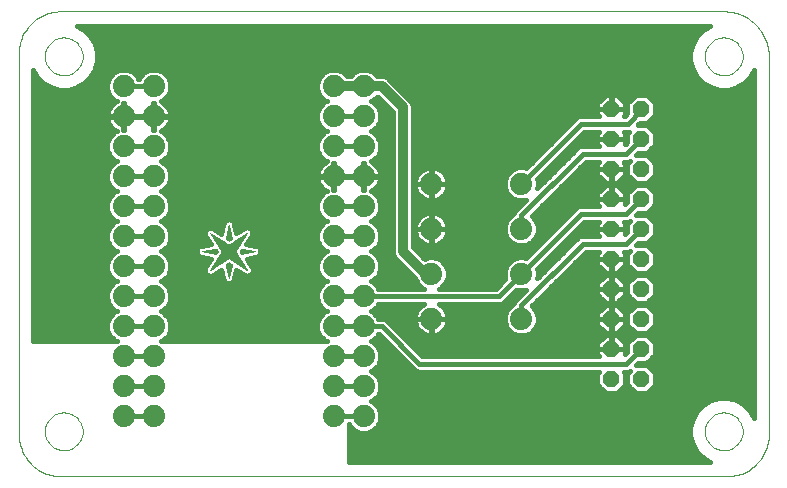
<source format=gtl>
G75*
G70*
%OFA0B0*%
%FSLAX24Y24*%
%IPPOS*%
%LPD*%
%AMOC8*
5,1,8,0,0,1.08239X$1,22.5*
%
%ADD10C,0.0000*%
%ADD11OC8,0.0560*%
%ADD12C,0.0740*%
%ADD13C,0.0010*%
%ADD14C,0.0320*%
%ADD15C,0.0160*%
D10*
X001580Y000180D02*
X023780Y000180D01*
X023853Y000182D01*
X023926Y000188D01*
X023999Y000197D01*
X024071Y000211D01*
X024142Y000228D01*
X024213Y000249D01*
X024282Y000273D01*
X024349Y000301D01*
X024416Y000333D01*
X024480Y000368D01*
X024542Y000406D01*
X024603Y000447D01*
X024661Y000492D01*
X024717Y000540D01*
X024770Y000590D01*
X024820Y000643D01*
X024868Y000699D01*
X024913Y000757D01*
X024954Y000818D01*
X024992Y000880D01*
X025027Y000944D01*
X025059Y001011D01*
X025087Y001078D01*
X025111Y001147D01*
X025132Y001218D01*
X025149Y001289D01*
X025163Y001361D01*
X025172Y001434D01*
X025178Y001507D01*
X025180Y001580D01*
X025180Y014180D01*
X025178Y014256D01*
X025172Y014332D01*
X025163Y014407D01*
X025149Y014482D01*
X025132Y014556D01*
X025111Y014629D01*
X025087Y014701D01*
X025058Y014772D01*
X025027Y014841D01*
X024992Y014908D01*
X024953Y014973D01*
X024911Y015037D01*
X024866Y015098D01*
X024818Y015157D01*
X024767Y015213D01*
X024713Y015267D01*
X024657Y015318D01*
X024598Y015366D01*
X024537Y015411D01*
X024473Y015453D01*
X024408Y015492D01*
X024341Y015527D01*
X024272Y015558D01*
X024201Y015587D01*
X024129Y015611D01*
X024056Y015632D01*
X023982Y015649D01*
X023907Y015663D01*
X023832Y015672D01*
X023756Y015678D01*
X023680Y015680D01*
X001580Y015680D01*
X001507Y015678D01*
X001434Y015672D01*
X001361Y015663D01*
X001289Y015649D01*
X001218Y015632D01*
X001147Y015611D01*
X001078Y015587D01*
X001011Y015559D01*
X000944Y015527D01*
X000880Y015492D01*
X000818Y015454D01*
X000757Y015413D01*
X000699Y015368D01*
X000643Y015320D01*
X000590Y015270D01*
X000540Y015217D01*
X000492Y015161D01*
X000447Y015103D01*
X000406Y015042D01*
X000368Y014980D01*
X000333Y014916D01*
X000301Y014849D01*
X000273Y014782D01*
X000249Y014713D01*
X000228Y014642D01*
X000211Y014571D01*
X000197Y014499D01*
X000188Y014426D01*
X000182Y014353D01*
X000180Y014280D01*
X000180Y001580D01*
X000182Y001507D01*
X000188Y001434D01*
X000197Y001361D01*
X000211Y001289D01*
X000228Y001218D01*
X000249Y001147D01*
X000273Y001078D01*
X000301Y001011D01*
X000333Y000944D01*
X000368Y000880D01*
X000406Y000818D01*
X000447Y000757D01*
X000492Y000699D01*
X000540Y000643D01*
X000590Y000590D01*
X000643Y000540D01*
X000699Y000492D01*
X000757Y000447D01*
X000818Y000406D01*
X000880Y000368D01*
X000944Y000333D01*
X001011Y000301D01*
X001078Y000273D01*
X001147Y000249D01*
X001218Y000228D01*
X001289Y000211D01*
X001361Y000197D01*
X001434Y000188D01*
X001507Y000182D01*
X001580Y000180D01*
X001050Y001680D02*
X001052Y001730D01*
X001058Y001780D01*
X001068Y001829D01*
X001082Y001877D01*
X001099Y001924D01*
X001120Y001969D01*
X001145Y002013D01*
X001173Y002054D01*
X001205Y002093D01*
X001239Y002130D01*
X001276Y002164D01*
X001316Y002194D01*
X001358Y002221D01*
X001402Y002245D01*
X001448Y002266D01*
X001495Y002282D01*
X001543Y002295D01*
X001593Y002304D01*
X001642Y002309D01*
X001693Y002310D01*
X001743Y002307D01*
X001792Y002300D01*
X001841Y002289D01*
X001889Y002274D01*
X001935Y002256D01*
X001980Y002234D01*
X002023Y002208D01*
X002064Y002179D01*
X002103Y002147D01*
X002139Y002112D01*
X002171Y002074D01*
X002201Y002034D01*
X002228Y001991D01*
X002251Y001947D01*
X002270Y001901D01*
X002286Y001853D01*
X002298Y001804D01*
X002306Y001755D01*
X002310Y001705D01*
X002310Y001655D01*
X002306Y001605D01*
X002298Y001556D01*
X002286Y001507D01*
X002270Y001459D01*
X002251Y001413D01*
X002228Y001369D01*
X002201Y001326D01*
X002171Y001286D01*
X002139Y001248D01*
X002103Y001213D01*
X002064Y001181D01*
X002023Y001152D01*
X001980Y001126D01*
X001935Y001104D01*
X001889Y001086D01*
X001841Y001071D01*
X001792Y001060D01*
X001743Y001053D01*
X001693Y001050D01*
X001642Y001051D01*
X001593Y001056D01*
X001543Y001065D01*
X001495Y001078D01*
X001448Y001094D01*
X001402Y001115D01*
X001358Y001139D01*
X001316Y001166D01*
X001276Y001196D01*
X001239Y001230D01*
X001205Y001267D01*
X001173Y001306D01*
X001145Y001347D01*
X001120Y001391D01*
X001099Y001436D01*
X001082Y001483D01*
X001068Y001531D01*
X001058Y001580D01*
X001052Y001630D01*
X001050Y001680D01*
X001050Y014180D02*
X001052Y014230D01*
X001058Y014280D01*
X001068Y014329D01*
X001082Y014377D01*
X001099Y014424D01*
X001120Y014469D01*
X001145Y014513D01*
X001173Y014554D01*
X001205Y014593D01*
X001239Y014630D01*
X001276Y014664D01*
X001316Y014694D01*
X001358Y014721D01*
X001402Y014745D01*
X001448Y014766D01*
X001495Y014782D01*
X001543Y014795D01*
X001593Y014804D01*
X001642Y014809D01*
X001693Y014810D01*
X001743Y014807D01*
X001792Y014800D01*
X001841Y014789D01*
X001889Y014774D01*
X001935Y014756D01*
X001980Y014734D01*
X002023Y014708D01*
X002064Y014679D01*
X002103Y014647D01*
X002139Y014612D01*
X002171Y014574D01*
X002201Y014534D01*
X002228Y014491D01*
X002251Y014447D01*
X002270Y014401D01*
X002286Y014353D01*
X002298Y014304D01*
X002306Y014255D01*
X002310Y014205D01*
X002310Y014155D01*
X002306Y014105D01*
X002298Y014056D01*
X002286Y014007D01*
X002270Y013959D01*
X002251Y013913D01*
X002228Y013869D01*
X002201Y013826D01*
X002171Y013786D01*
X002139Y013748D01*
X002103Y013713D01*
X002064Y013681D01*
X002023Y013652D01*
X001980Y013626D01*
X001935Y013604D01*
X001889Y013586D01*
X001841Y013571D01*
X001792Y013560D01*
X001743Y013553D01*
X001693Y013550D01*
X001642Y013551D01*
X001593Y013556D01*
X001543Y013565D01*
X001495Y013578D01*
X001448Y013594D01*
X001402Y013615D01*
X001358Y013639D01*
X001316Y013666D01*
X001276Y013696D01*
X001239Y013730D01*
X001205Y013767D01*
X001173Y013806D01*
X001145Y013847D01*
X001120Y013891D01*
X001099Y013936D01*
X001082Y013983D01*
X001068Y014031D01*
X001058Y014080D01*
X001052Y014130D01*
X001050Y014180D01*
X023050Y014180D02*
X023052Y014230D01*
X023058Y014280D01*
X023068Y014329D01*
X023082Y014377D01*
X023099Y014424D01*
X023120Y014469D01*
X023145Y014513D01*
X023173Y014554D01*
X023205Y014593D01*
X023239Y014630D01*
X023276Y014664D01*
X023316Y014694D01*
X023358Y014721D01*
X023402Y014745D01*
X023448Y014766D01*
X023495Y014782D01*
X023543Y014795D01*
X023593Y014804D01*
X023642Y014809D01*
X023693Y014810D01*
X023743Y014807D01*
X023792Y014800D01*
X023841Y014789D01*
X023889Y014774D01*
X023935Y014756D01*
X023980Y014734D01*
X024023Y014708D01*
X024064Y014679D01*
X024103Y014647D01*
X024139Y014612D01*
X024171Y014574D01*
X024201Y014534D01*
X024228Y014491D01*
X024251Y014447D01*
X024270Y014401D01*
X024286Y014353D01*
X024298Y014304D01*
X024306Y014255D01*
X024310Y014205D01*
X024310Y014155D01*
X024306Y014105D01*
X024298Y014056D01*
X024286Y014007D01*
X024270Y013959D01*
X024251Y013913D01*
X024228Y013869D01*
X024201Y013826D01*
X024171Y013786D01*
X024139Y013748D01*
X024103Y013713D01*
X024064Y013681D01*
X024023Y013652D01*
X023980Y013626D01*
X023935Y013604D01*
X023889Y013586D01*
X023841Y013571D01*
X023792Y013560D01*
X023743Y013553D01*
X023693Y013550D01*
X023642Y013551D01*
X023593Y013556D01*
X023543Y013565D01*
X023495Y013578D01*
X023448Y013594D01*
X023402Y013615D01*
X023358Y013639D01*
X023316Y013666D01*
X023276Y013696D01*
X023239Y013730D01*
X023205Y013767D01*
X023173Y013806D01*
X023145Y013847D01*
X023120Y013891D01*
X023099Y013936D01*
X023082Y013983D01*
X023068Y014031D01*
X023058Y014080D01*
X023052Y014130D01*
X023050Y014180D01*
X023050Y001680D02*
X023052Y001730D01*
X023058Y001780D01*
X023068Y001829D01*
X023082Y001877D01*
X023099Y001924D01*
X023120Y001969D01*
X023145Y002013D01*
X023173Y002054D01*
X023205Y002093D01*
X023239Y002130D01*
X023276Y002164D01*
X023316Y002194D01*
X023358Y002221D01*
X023402Y002245D01*
X023448Y002266D01*
X023495Y002282D01*
X023543Y002295D01*
X023593Y002304D01*
X023642Y002309D01*
X023693Y002310D01*
X023743Y002307D01*
X023792Y002300D01*
X023841Y002289D01*
X023889Y002274D01*
X023935Y002256D01*
X023980Y002234D01*
X024023Y002208D01*
X024064Y002179D01*
X024103Y002147D01*
X024139Y002112D01*
X024171Y002074D01*
X024201Y002034D01*
X024228Y001991D01*
X024251Y001947D01*
X024270Y001901D01*
X024286Y001853D01*
X024298Y001804D01*
X024306Y001755D01*
X024310Y001705D01*
X024310Y001655D01*
X024306Y001605D01*
X024298Y001556D01*
X024286Y001507D01*
X024270Y001459D01*
X024251Y001413D01*
X024228Y001369D01*
X024201Y001326D01*
X024171Y001286D01*
X024139Y001248D01*
X024103Y001213D01*
X024064Y001181D01*
X024023Y001152D01*
X023980Y001126D01*
X023935Y001104D01*
X023889Y001086D01*
X023841Y001071D01*
X023792Y001060D01*
X023743Y001053D01*
X023693Y001050D01*
X023642Y001051D01*
X023593Y001056D01*
X023543Y001065D01*
X023495Y001078D01*
X023448Y001094D01*
X023402Y001115D01*
X023358Y001139D01*
X023316Y001166D01*
X023276Y001196D01*
X023239Y001230D01*
X023205Y001267D01*
X023173Y001306D01*
X023145Y001347D01*
X023120Y001391D01*
X023099Y001436D01*
X023082Y001483D01*
X023068Y001531D01*
X023058Y001580D01*
X023052Y001630D01*
X023050Y001680D01*
D11*
X020930Y003430D03*
X019930Y003430D03*
X019930Y004430D03*
X020930Y004430D03*
X020930Y005430D03*
X019930Y005430D03*
X019930Y006430D03*
X020930Y006430D03*
X020930Y007430D03*
X019930Y007430D03*
X019930Y008430D03*
X020930Y008430D03*
X020930Y009430D03*
X019930Y009430D03*
X019930Y010430D03*
X020930Y010430D03*
X020930Y011430D03*
X019930Y011430D03*
X019930Y012430D03*
X020930Y012430D03*
D12*
X016930Y009930D03*
X016930Y008430D03*
X016930Y006930D03*
X016930Y005430D03*
X013930Y005430D03*
X011680Y005180D03*
X010680Y005180D03*
X010680Y004180D03*
X011680Y004180D03*
X011680Y003180D03*
X010680Y003180D03*
X010680Y002180D03*
X011680Y002180D03*
X011680Y006180D03*
X010680Y006180D03*
X010680Y007180D03*
X011680Y007180D03*
X011680Y008180D03*
X010680Y008180D03*
X010680Y009180D03*
X011680Y009180D03*
X011680Y010180D03*
X010680Y010180D03*
X010680Y011180D03*
X011680Y011180D03*
X011680Y012180D03*
X010680Y012180D03*
X010680Y013180D03*
X011680Y013180D03*
X013930Y009930D03*
X013930Y008430D03*
X013930Y006930D03*
X004680Y007180D03*
X003680Y007180D03*
X003680Y008180D03*
X004680Y008180D03*
X004680Y009180D03*
X003680Y009180D03*
X003680Y010180D03*
X004680Y010180D03*
X004680Y011180D03*
X003680Y011180D03*
X003680Y012180D03*
X004680Y012180D03*
X004680Y013180D03*
X003680Y013180D03*
X003680Y006180D03*
X004680Y006180D03*
X004680Y005180D03*
X003680Y005180D03*
X003680Y004180D03*
X004680Y004180D03*
X004680Y003180D03*
X003680Y003180D03*
X003680Y002180D03*
X004680Y002180D03*
D13*
X007180Y006800D02*
X007280Y007240D01*
X007180Y007310D01*
X007080Y007240D01*
X007180Y006800D01*
X007180Y006802D02*
X007180Y006802D01*
X007178Y006810D02*
X007182Y006810D01*
X007184Y006819D02*
X007176Y006819D01*
X007174Y006827D02*
X007186Y006827D01*
X007188Y006836D02*
X007172Y006836D01*
X007170Y006844D02*
X007190Y006844D01*
X007192Y006853D02*
X007168Y006853D01*
X007166Y006861D02*
X007194Y006861D01*
X007196Y006870D02*
X007164Y006870D01*
X007162Y006878D02*
X007198Y006878D01*
X007200Y006887D02*
X007160Y006887D01*
X007158Y006895D02*
X007202Y006895D01*
X007204Y006904D02*
X007156Y006904D01*
X007155Y006912D02*
X007205Y006912D01*
X007207Y006921D02*
X007153Y006921D01*
X007151Y006929D02*
X007209Y006929D01*
X007211Y006938D02*
X007149Y006938D01*
X007147Y006946D02*
X007213Y006946D01*
X007215Y006955D02*
X007145Y006955D01*
X007143Y006963D02*
X007217Y006963D01*
X007219Y006972D02*
X007141Y006972D01*
X007139Y006980D02*
X007221Y006980D01*
X007223Y006989D02*
X007137Y006989D01*
X007135Y006997D02*
X007225Y006997D01*
X007227Y007006D02*
X007133Y007006D01*
X007131Y007014D02*
X007229Y007014D01*
X007231Y007023D02*
X007129Y007023D01*
X007127Y007031D02*
X007233Y007031D01*
X007234Y007040D02*
X007126Y007040D01*
X007124Y007048D02*
X007236Y007048D01*
X007238Y007057D02*
X007122Y007057D01*
X007120Y007065D02*
X007240Y007065D01*
X007242Y007074D02*
X007118Y007074D01*
X007116Y007082D02*
X007244Y007082D01*
X007246Y007091D02*
X007114Y007091D01*
X007112Y007099D02*
X007248Y007099D01*
X007250Y007108D02*
X007110Y007108D01*
X007108Y007116D02*
X007252Y007116D01*
X007254Y007125D02*
X007106Y007125D01*
X007104Y007133D02*
X007256Y007133D01*
X007258Y007142D02*
X007102Y007142D01*
X007100Y007150D02*
X007260Y007150D01*
X007262Y007159D02*
X007098Y007159D01*
X007097Y007167D02*
X007263Y007167D01*
X007265Y007176D02*
X007095Y007176D01*
X007093Y007184D02*
X007267Y007184D01*
X007269Y007193D02*
X007091Y007193D01*
X007089Y007201D02*
X007271Y007201D01*
X007273Y007210D02*
X007087Y007210D01*
X007085Y007218D02*
X007275Y007218D01*
X007277Y007227D02*
X007083Y007227D01*
X007081Y007235D02*
X007279Y007235D01*
X007275Y007244D02*
X007085Y007244D01*
X007097Y007252D02*
X007263Y007252D01*
X007250Y007261D02*
X007110Y007261D01*
X007122Y007269D02*
X007238Y007269D01*
X007226Y007278D02*
X007134Y007278D01*
X007146Y007286D02*
X007214Y007286D01*
X007202Y007295D02*
X007158Y007295D01*
X007170Y007303D02*
X007190Y007303D01*
X007263Y007405D02*
X007574Y007405D01*
X007569Y007414D02*
X007250Y007414D01*
X007237Y007422D02*
X007564Y007422D01*
X007558Y007431D02*
X007224Y007431D01*
X007211Y007439D02*
X007553Y007439D01*
X007547Y007448D02*
X007199Y007448D01*
X007186Y007456D02*
X007542Y007456D01*
X007537Y007465D02*
X006818Y007465D01*
X006823Y007473D02*
X007531Y007473D01*
X007526Y007482D02*
X006828Y007482D01*
X006834Y007490D02*
X007521Y007490D01*
X007515Y007499D02*
X006839Y007499D01*
X006844Y007507D02*
X007510Y007507D01*
X007504Y007516D02*
X006849Y007516D01*
X006855Y007524D02*
X007499Y007524D01*
X007494Y007533D02*
X006860Y007533D01*
X006865Y007541D02*
X007488Y007541D01*
X007483Y007550D02*
X006870Y007550D01*
X006875Y007558D02*
X007477Y007558D01*
X007472Y007567D02*
X006881Y007567D01*
X006886Y007575D02*
X007467Y007575D01*
X007461Y007584D02*
X006891Y007584D01*
X006896Y007592D02*
X007456Y007592D01*
X007450Y007601D02*
X006901Y007601D01*
X006907Y007609D02*
X007445Y007609D01*
X007440Y007618D02*
X006912Y007618D01*
X006917Y007626D02*
X007434Y007626D01*
X007429Y007635D02*
X006922Y007635D01*
X006927Y007643D02*
X007423Y007643D01*
X007418Y007652D02*
X006933Y007652D01*
X006938Y007660D02*
X007413Y007660D01*
X007407Y007669D02*
X006943Y007669D01*
X006948Y007677D02*
X007402Y007677D01*
X007400Y007680D02*
X007780Y008290D01*
X007180Y007900D01*
X006570Y008280D01*
X006950Y007680D01*
X006570Y007060D01*
X007180Y007460D01*
X007800Y007050D01*
X007400Y007680D01*
X007404Y007686D02*
X006946Y007686D01*
X006941Y007694D02*
X007409Y007694D01*
X007414Y007703D02*
X006936Y007703D01*
X006930Y007711D02*
X007419Y007711D01*
X007425Y007720D02*
X006925Y007720D01*
X006919Y007728D02*
X007430Y007728D01*
X007435Y007737D02*
X006914Y007737D01*
X006909Y007745D02*
X007441Y007745D01*
X007446Y007754D02*
X006903Y007754D01*
X006898Y007762D02*
X007451Y007762D01*
X007457Y007771D02*
X006893Y007771D01*
X006887Y007779D02*
X007462Y007779D01*
X007467Y007788D02*
X006882Y007788D01*
X006876Y007796D02*
X007472Y007796D01*
X007478Y007805D02*
X006871Y007805D01*
X006866Y007813D02*
X007483Y007813D01*
X007488Y007822D02*
X006860Y007822D01*
X006855Y007830D02*
X007494Y007830D01*
X007499Y007839D02*
X006849Y007839D01*
X006844Y007847D02*
X007504Y007847D01*
X007509Y007856D02*
X006839Y007856D01*
X006833Y007864D02*
X007515Y007864D01*
X007520Y007873D02*
X006828Y007873D01*
X006823Y007881D02*
X007525Y007881D01*
X007531Y007890D02*
X006817Y007890D01*
X006812Y007898D02*
X007536Y007898D01*
X007541Y007907D02*
X007190Y007907D01*
X007203Y007915D02*
X007547Y007915D01*
X007552Y007924D02*
X007216Y007924D01*
X007230Y007932D02*
X007557Y007932D01*
X007562Y007941D02*
X007243Y007941D01*
X007256Y007949D02*
X007568Y007949D01*
X007573Y007958D02*
X007269Y007958D01*
X007282Y007966D02*
X007578Y007966D01*
X007584Y007975D02*
X007295Y007975D01*
X007308Y007983D02*
X007589Y007983D01*
X007594Y007992D02*
X007321Y007992D01*
X007334Y008000D02*
X007599Y008000D01*
X007605Y008009D02*
X007347Y008009D01*
X007360Y008017D02*
X007610Y008017D01*
X007615Y008026D02*
X007373Y008026D01*
X007387Y008034D02*
X007621Y008034D01*
X007626Y008043D02*
X007400Y008043D01*
X007413Y008051D02*
X007631Y008051D01*
X007637Y008060D02*
X007426Y008060D01*
X007439Y008068D02*
X007642Y008068D01*
X007647Y008077D02*
X007452Y008077D01*
X007465Y008085D02*
X007652Y008085D01*
X007658Y008094D02*
X007478Y008094D01*
X007491Y008102D02*
X007663Y008102D01*
X007668Y008111D02*
X007504Y008111D01*
X007517Y008119D02*
X007674Y008119D01*
X007679Y008128D02*
X007530Y008128D01*
X007543Y008136D02*
X007684Y008136D01*
X007690Y008145D02*
X007557Y008145D01*
X007570Y008153D02*
X007695Y008153D01*
X007700Y008162D02*
X007583Y008162D01*
X007596Y008170D02*
X007705Y008170D01*
X007711Y008179D02*
X007609Y008179D01*
X007622Y008187D02*
X007716Y008187D01*
X007721Y008196D02*
X007635Y008196D01*
X007648Y008204D02*
X007727Y008204D01*
X007732Y008213D02*
X007661Y008213D01*
X007674Y008221D02*
X007737Y008221D01*
X007742Y008230D02*
X007687Y008230D01*
X007700Y008238D02*
X007748Y008238D01*
X007753Y008247D02*
X007713Y008247D01*
X007727Y008255D02*
X007758Y008255D01*
X007764Y008264D02*
X007740Y008264D01*
X007753Y008272D02*
X007769Y008272D01*
X007766Y008281D02*
X007774Y008281D01*
X007779Y008289D02*
X007780Y008289D01*
X007263Y008179D02*
X007097Y008179D01*
X007099Y008187D02*
X007261Y008187D01*
X007259Y008196D02*
X007101Y008196D01*
X007103Y008204D02*
X007257Y008204D01*
X007255Y008213D02*
X007105Y008213D01*
X007106Y008221D02*
X007254Y008221D01*
X007252Y008230D02*
X007108Y008230D01*
X007110Y008238D02*
X007250Y008238D01*
X007248Y008247D02*
X007112Y008247D01*
X007114Y008255D02*
X007246Y008255D01*
X007244Y008264D02*
X007116Y008264D01*
X007117Y008272D02*
X007243Y008272D01*
X007241Y008281D02*
X007119Y008281D01*
X007121Y008289D02*
X007239Y008289D01*
X007237Y008298D02*
X007123Y008298D01*
X007125Y008306D02*
X007235Y008306D01*
X007233Y008315D02*
X007127Y008315D01*
X007129Y008323D02*
X007231Y008323D01*
X007230Y008332D02*
X007130Y008332D01*
X007132Y008340D02*
X007228Y008340D01*
X007226Y008349D02*
X007134Y008349D01*
X007136Y008357D02*
X007224Y008357D01*
X007222Y008366D02*
X007138Y008366D01*
X007140Y008374D02*
X007220Y008374D01*
X007219Y008383D02*
X007141Y008383D01*
X007143Y008391D02*
X007217Y008391D01*
X007215Y008400D02*
X007145Y008400D01*
X007147Y008408D02*
X007213Y008408D01*
X007211Y008417D02*
X007149Y008417D01*
X007151Y008425D02*
X007209Y008425D01*
X007207Y008434D02*
X007153Y008434D01*
X007154Y008442D02*
X007206Y008442D01*
X007204Y008451D02*
X007156Y008451D01*
X007158Y008459D02*
X007202Y008459D01*
X007200Y008468D02*
X007160Y008468D01*
X007162Y008476D02*
X007198Y008476D01*
X007196Y008485D02*
X007164Y008485D01*
X007165Y008493D02*
X007195Y008493D01*
X007193Y008502D02*
X007167Y008502D01*
X007169Y008510D02*
X007191Y008510D01*
X007189Y008519D02*
X007171Y008519D01*
X007173Y008527D02*
X007187Y008527D01*
X007185Y008536D02*
X007175Y008536D01*
X007177Y008544D02*
X007183Y008544D01*
X007182Y008553D02*
X007178Y008553D01*
X007180Y008560D02*
X007280Y008100D01*
X007180Y008040D01*
X007080Y008100D01*
X007180Y008560D01*
X007095Y008170D02*
X007265Y008170D01*
X007267Y008162D02*
X007093Y008162D01*
X007092Y008153D02*
X007268Y008153D01*
X007270Y008145D02*
X007090Y008145D01*
X007088Y008136D02*
X007272Y008136D01*
X007274Y008128D02*
X007086Y008128D01*
X007084Y008119D02*
X007276Y008119D01*
X007278Y008111D02*
X007082Y008111D01*
X007080Y008102D02*
X007280Y008102D01*
X007270Y008094D02*
X007090Y008094D01*
X007105Y008085D02*
X007255Y008085D01*
X007241Y008077D02*
X007119Y008077D01*
X007133Y008068D02*
X007227Y008068D01*
X007213Y008060D02*
X007147Y008060D01*
X007161Y008051D02*
X007199Y008051D01*
X007185Y008043D02*
X007175Y008043D01*
X007115Y007941D02*
X006785Y007941D01*
X006779Y007949D02*
X007101Y007949D01*
X007087Y007958D02*
X006774Y007958D01*
X006769Y007966D02*
X007074Y007966D01*
X007060Y007975D02*
X006763Y007975D01*
X006758Y007983D02*
X007046Y007983D01*
X007033Y007992D02*
X006753Y007992D01*
X006747Y008000D02*
X007019Y008000D01*
X007005Y008009D02*
X006742Y008009D01*
X006736Y008017D02*
X006992Y008017D01*
X006978Y008026D02*
X006731Y008026D01*
X006726Y008034D02*
X006965Y008034D01*
X006951Y008043D02*
X006720Y008043D01*
X006715Y008051D02*
X006937Y008051D01*
X006924Y008060D02*
X006710Y008060D01*
X006704Y008068D02*
X006910Y008068D01*
X006896Y008077D02*
X006699Y008077D01*
X006693Y008085D02*
X006883Y008085D01*
X006869Y008094D02*
X006688Y008094D01*
X006683Y008102D02*
X006855Y008102D01*
X006842Y008111D02*
X006677Y008111D01*
X006672Y008119D02*
X006828Y008119D01*
X006814Y008128D02*
X006666Y008128D01*
X006661Y008136D02*
X006801Y008136D01*
X006787Y008145D02*
X006656Y008145D01*
X006650Y008153D02*
X006773Y008153D01*
X006760Y008162D02*
X006645Y008162D01*
X006640Y008170D02*
X006746Y008170D01*
X006733Y008179D02*
X006634Y008179D01*
X006629Y008187D02*
X006719Y008187D01*
X006705Y008196D02*
X006623Y008196D01*
X006618Y008204D02*
X006692Y008204D01*
X006678Y008213D02*
X006613Y008213D01*
X006607Y008221D02*
X006664Y008221D01*
X006651Y008230D02*
X006602Y008230D01*
X006596Y008238D02*
X006637Y008238D01*
X006623Y008247D02*
X006591Y008247D01*
X006586Y008255D02*
X006610Y008255D01*
X006596Y008264D02*
X006580Y008264D01*
X006582Y008272D02*
X006575Y008272D01*
X006790Y007932D02*
X007128Y007932D01*
X007142Y007924D02*
X006796Y007924D01*
X006801Y007915D02*
X007156Y007915D01*
X007169Y007907D02*
X006806Y007907D01*
X006760Y007770D02*
X006300Y007680D01*
X006760Y007590D01*
X006820Y007680D01*
X006760Y007770D01*
X006765Y007762D02*
X006720Y007762D01*
X006677Y007754D02*
X006771Y007754D01*
X006777Y007745D02*
X006633Y007745D01*
X006590Y007737D02*
X006782Y007737D01*
X006788Y007728D02*
X006546Y007728D01*
X006503Y007720D02*
X006794Y007720D01*
X006799Y007711D02*
X006460Y007711D01*
X006416Y007703D02*
X006805Y007703D01*
X006811Y007694D02*
X006373Y007694D01*
X006358Y007669D02*
X006812Y007669D01*
X006807Y007660D02*
X006401Y007660D01*
X006445Y007652D02*
X006801Y007652D01*
X006795Y007643D02*
X006488Y007643D01*
X006531Y007635D02*
X006790Y007635D01*
X006784Y007626D02*
X006575Y007626D01*
X006618Y007618D02*
X006778Y007618D01*
X006773Y007609D02*
X006662Y007609D01*
X006705Y007601D02*
X006767Y007601D01*
X006761Y007592D02*
X006749Y007592D01*
X006818Y007677D02*
X006314Y007677D01*
X006329Y007686D02*
X006816Y007686D01*
X006813Y007456D02*
X007174Y007456D01*
X007161Y007448D02*
X006808Y007448D01*
X006802Y007439D02*
X007148Y007439D01*
X007135Y007431D02*
X006797Y007431D01*
X006792Y007422D02*
X007122Y007422D01*
X007109Y007414D02*
X006787Y007414D01*
X006782Y007405D02*
X007096Y007405D01*
X007083Y007397D02*
X006776Y007397D01*
X006771Y007388D02*
X007071Y007388D01*
X007058Y007380D02*
X006766Y007380D01*
X006761Y007371D02*
X007045Y007371D01*
X007032Y007363D02*
X006756Y007363D01*
X006750Y007354D02*
X007019Y007354D01*
X007006Y007346D02*
X006745Y007346D01*
X006740Y007337D02*
X006993Y007337D01*
X006980Y007329D02*
X006735Y007329D01*
X006729Y007320D02*
X006967Y007320D01*
X006954Y007312D02*
X006724Y007312D01*
X006719Y007303D02*
X006941Y007303D01*
X006928Y007295D02*
X006714Y007295D01*
X006709Y007286D02*
X006915Y007286D01*
X006902Y007278D02*
X006703Y007278D01*
X006698Y007269D02*
X006889Y007269D01*
X006876Y007261D02*
X006693Y007261D01*
X006688Y007252D02*
X006863Y007252D01*
X006850Y007244D02*
X006683Y007244D01*
X006677Y007235D02*
X006837Y007235D01*
X006824Y007227D02*
X006672Y007227D01*
X006667Y007218D02*
X006811Y007218D01*
X006798Y007210D02*
X006662Y007210D01*
X006657Y007201D02*
X006785Y007201D01*
X006772Y007193D02*
X006651Y007193D01*
X006646Y007184D02*
X006759Y007184D01*
X006746Y007176D02*
X006641Y007176D01*
X006636Y007167D02*
X006733Y007167D01*
X006721Y007159D02*
X006630Y007159D01*
X006625Y007150D02*
X006708Y007150D01*
X006695Y007142D02*
X006620Y007142D01*
X006615Y007133D02*
X006682Y007133D01*
X006669Y007125D02*
X006610Y007125D01*
X006604Y007116D02*
X006656Y007116D01*
X006643Y007108D02*
X006599Y007108D01*
X006594Y007099D02*
X006630Y007099D01*
X006617Y007091D02*
X006589Y007091D01*
X006584Y007082D02*
X006604Y007082D01*
X006591Y007074D02*
X006578Y007074D01*
X006578Y007065D02*
X006573Y007065D01*
X007276Y007397D02*
X007580Y007397D01*
X007585Y007388D02*
X007289Y007388D01*
X007301Y007380D02*
X007591Y007380D01*
X007596Y007371D02*
X007314Y007371D01*
X007327Y007363D02*
X007601Y007363D01*
X007607Y007354D02*
X007340Y007354D01*
X007353Y007346D02*
X007612Y007346D01*
X007618Y007337D02*
X007366Y007337D01*
X007379Y007329D02*
X007623Y007329D01*
X007628Y007320D02*
X007391Y007320D01*
X007404Y007312D02*
X007634Y007312D01*
X007639Y007303D02*
X007417Y007303D01*
X007430Y007295D02*
X007645Y007295D01*
X007650Y007286D02*
X007443Y007286D01*
X007456Y007278D02*
X007655Y007278D01*
X007661Y007269D02*
X007469Y007269D01*
X007481Y007261D02*
X007666Y007261D01*
X007672Y007252D02*
X007494Y007252D01*
X007507Y007244D02*
X007677Y007244D01*
X007682Y007235D02*
X007520Y007235D01*
X007533Y007227D02*
X007688Y007227D01*
X007693Y007218D02*
X007546Y007218D01*
X007558Y007210D02*
X007699Y007210D01*
X007704Y007201D02*
X007571Y007201D01*
X007584Y007193D02*
X007709Y007193D01*
X007715Y007184D02*
X007597Y007184D01*
X007610Y007176D02*
X007720Y007176D01*
X007726Y007167D02*
X007623Y007167D01*
X007636Y007159D02*
X007731Y007159D01*
X007736Y007150D02*
X007648Y007150D01*
X007661Y007142D02*
X007742Y007142D01*
X007747Y007133D02*
X007674Y007133D01*
X007687Y007125D02*
X007753Y007125D01*
X007758Y007116D02*
X007700Y007116D01*
X007713Y007108D02*
X007763Y007108D01*
X007769Y007099D02*
X007726Y007099D01*
X007738Y007091D02*
X007774Y007091D01*
X007780Y007082D02*
X007751Y007082D01*
X007764Y007074D02*
X007785Y007074D01*
X007790Y007065D02*
X007777Y007065D01*
X007790Y007057D02*
X007796Y007057D01*
X007694Y007609D02*
X007587Y007609D01*
X007593Y007601D02*
X007652Y007601D01*
X007611Y007592D02*
X007599Y007592D01*
X007600Y007590D02*
X008040Y007680D01*
X007600Y007770D01*
X007540Y007680D01*
X007600Y007590D01*
X007582Y007618D02*
X007735Y007618D01*
X007777Y007626D02*
X007576Y007626D01*
X007570Y007635D02*
X007819Y007635D01*
X007860Y007643D02*
X007565Y007643D01*
X007559Y007652D02*
X007902Y007652D01*
X007943Y007660D02*
X007553Y007660D01*
X007548Y007669D02*
X007985Y007669D01*
X007970Y007694D02*
X007549Y007694D01*
X007544Y007686D02*
X008012Y007686D01*
X008026Y007677D02*
X007542Y007677D01*
X007555Y007703D02*
X007929Y007703D01*
X007887Y007711D02*
X007561Y007711D01*
X007566Y007720D02*
X007846Y007720D01*
X007804Y007728D02*
X007572Y007728D01*
X007578Y007737D02*
X007763Y007737D01*
X007721Y007745D02*
X007583Y007745D01*
X007589Y007754D02*
X007680Y007754D01*
X007638Y007762D02*
X007595Y007762D01*
D14*
X012980Y007680D02*
X012980Y012480D01*
X012280Y013180D01*
X011680Y013180D01*
X010680Y013180D01*
X012980Y007680D02*
X013730Y006930D01*
X013930Y006930D01*
D15*
X014433Y007154D02*
X016427Y007154D01*
X016464Y007242D02*
X016380Y007039D01*
X016380Y006821D01*
X016401Y006769D01*
X016072Y006440D01*
X014184Y006440D01*
X014242Y006464D01*
X014396Y006618D01*
X014480Y006821D01*
X014480Y007039D01*
X014396Y007242D01*
X014242Y007396D01*
X014039Y007480D01*
X013821Y007480D01*
X013708Y007433D01*
X013320Y007821D01*
X013320Y012548D01*
X013268Y012673D01*
X012568Y013373D01*
X012473Y013468D01*
X012348Y013520D01*
X012118Y013520D01*
X011992Y013646D01*
X011789Y013730D01*
X011571Y013730D01*
X011368Y013646D01*
X011242Y013520D01*
X011118Y013520D01*
X010992Y013646D01*
X010789Y013730D01*
X010571Y013730D01*
X010368Y013646D01*
X010214Y013492D01*
X010130Y013289D01*
X010130Y013071D01*
X010214Y012868D01*
X010368Y012714D01*
X010450Y012680D01*
X010368Y012646D01*
X010214Y012492D01*
X010130Y012289D01*
X010130Y012071D01*
X010214Y011868D01*
X010368Y011714D01*
X010450Y011680D01*
X010368Y011646D01*
X010214Y011492D01*
X010130Y011289D01*
X010130Y011071D01*
X010214Y010868D01*
X010368Y010714D01*
X010450Y010680D01*
X010392Y010650D01*
X010322Y010600D01*
X010260Y010538D01*
X010210Y010468D01*
X010170Y010391D01*
X010144Y010309D01*
X010130Y010223D01*
X010130Y010200D01*
X010660Y010200D01*
X010660Y010630D01*
X010700Y010630D01*
X010700Y010200D01*
X011660Y010200D01*
X011660Y010630D01*
X011700Y010630D01*
X011700Y010200D01*
X011660Y010200D01*
X011660Y010160D01*
X011700Y010160D01*
X011700Y010200D01*
X012230Y010200D01*
X012230Y010223D01*
X012216Y010309D01*
X012190Y010391D01*
X012150Y010468D01*
X012100Y010538D01*
X012038Y010600D01*
X011968Y010650D01*
X011910Y010680D01*
X011992Y010714D01*
X012146Y010868D01*
X012230Y011071D01*
X012230Y011289D01*
X012146Y011492D01*
X011992Y011646D01*
X011910Y011680D01*
X011992Y011714D01*
X012146Y011868D01*
X012230Y012071D01*
X012230Y012289D01*
X012146Y012492D01*
X011992Y012646D01*
X011910Y012680D01*
X011992Y012714D01*
X012118Y012840D01*
X012139Y012840D01*
X012640Y012339D01*
X012640Y007612D01*
X012692Y007487D01*
X012787Y007392D01*
X013395Y006784D01*
X013464Y006618D01*
X013618Y006464D01*
X013676Y006440D01*
X012168Y006440D01*
X012146Y006492D01*
X011992Y006646D01*
X011910Y006680D01*
X011992Y006714D01*
X012146Y006868D01*
X012230Y007071D01*
X012230Y007289D01*
X012146Y007492D01*
X011992Y007646D01*
X011910Y007680D01*
X011992Y007714D01*
X012146Y007868D01*
X012230Y008071D01*
X012230Y008289D01*
X012146Y008492D01*
X011992Y008646D01*
X011910Y008680D01*
X011992Y008714D01*
X012146Y008868D01*
X012230Y009071D01*
X012230Y009289D01*
X012146Y009492D01*
X011992Y009646D01*
X011910Y009680D01*
X011968Y009710D01*
X012038Y009760D01*
X012100Y009822D01*
X012150Y009892D01*
X012190Y009969D01*
X012216Y010051D01*
X012230Y010137D01*
X012230Y010160D01*
X011700Y010160D01*
X011700Y009730D01*
X011660Y009730D01*
X011660Y010160D01*
X011230Y010160D01*
X010700Y010160D01*
X010700Y010200D01*
X010660Y010200D01*
X010660Y010160D01*
X010700Y010160D01*
X010700Y009730D01*
X010660Y009730D01*
X010660Y010160D01*
X010130Y010160D01*
X010130Y010137D01*
X010144Y010051D01*
X010170Y009969D01*
X010210Y009892D01*
X010260Y009822D01*
X010322Y009760D01*
X010392Y009710D01*
X010450Y009680D01*
X010368Y009646D01*
X010214Y009492D01*
X010130Y009289D01*
X010130Y009071D01*
X010214Y008868D01*
X010368Y008714D01*
X010450Y008680D01*
X010368Y008646D01*
X010214Y008492D01*
X010130Y008289D01*
X010130Y008071D01*
X010214Y007868D01*
X010368Y007714D01*
X010450Y007680D01*
X010368Y007646D01*
X010214Y007492D01*
X010130Y007289D01*
X010130Y007071D01*
X010214Y006868D01*
X010368Y006714D01*
X010450Y006680D01*
X010368Y006646D01*
X010214Y006492D01*
X010130Y006289D01*
X010130Y006071D01*
X010214Y005868D01*
X010368Y005714D01*
X010450Y005680D01*
X010368Y005646D01*
X010214Y005492D01*
X010130Y005289D01*
X010130Y005071D01*
X010214Y004868D01*
X010368Y004714D01*
X010450Y004680D01*
X004910Y004680D01*
X004992Y004714D01*
X005146Y004868D01*
X005230Y005071D01*
X005230Y005289D01*
X005146Y005492D01*
X004992Y005646D01*
X004910Y005680D01*
X004992Y005714D01*
X005146Y005868D01*
X005230Y006071D01*
X005230Y006289D01*
X005146Y006492D01*
X004992Y006646D01*
X004910Y006680D01*
X004992Y006714D01*
X005146Y006868D01*
X005230Y007071D01*
X005230Y007289D01*
X005146Y007492D01*
X004992Y007646D01*
X004910Y007680D01*
X004992Y007714D01*
X005146Y007868D01*
X005230Y008071D01*
X005230Y008289D01*
X005146Y008492D01*
X004992Y008646D01*
X004910Y008680D01*
X004992Y008714D01*
X005146Y008868D01*
X005230Y009071D01*
X005230Y009289D01*
X005146Y009492D01*
X004992Y009646D01*
X004910Y009680D01*
X004992Y009714D01*
X005146Y009868D01*
X005230Y010071D01*
X005230Y010289D01*
X005146Y010492D01*
X004992Y010646D01*
X004910Y010680D01*
X004992Y010714D01*
X005146Y010868D01*
X005230Y011071D01*
X005230Y011289D01*
X005146Y011492D01*
X004992Y011646D01*
X004910Y011680D01*
X004968Y011710D01*
X005038Y011760D01*
X005100Y011822D01*
X005150Y011892D01*
X005190Y011969D01*
X005216Y012051D01*
X005230Y012137D01*
X005230Y012160D01*
X004700Y012160D01*
X004700Y012200D01*
X004660Y012200D01*
X004660Y012630D01*
X004700Y012630D01*
X004700Y012200D01*
X005230Y012200D01*
X005230Y012223D01*
X005216Y012309D01*
X005190Y012391D01*
X005150Y012468D01*
X005100Y012538D01*
X005038Y012600D01*
X004968Y012650D01*
X004910Y012680D01*
X004992Y012714D01*
X005146Y012868D01*
X005230Y013071D01*
X005230Y013289D01*
X005146Y013492D01*
X004992Y013646D01*
X004789Y013730D01*
X004571Y013730D01*
X004368Y013646D01*
X004214Y013492D01*
X004192Y013440D01*
X004168Y013440D01*
X004146Y013492D01*
X003992Y013646D01*
X003789Y013730D01*
X003571Y013730D01*
X003368Y013646D01*
X003214Y013492D01*
X003130Y013289D01*
X003130Y013071D01*
X003214Y012868D01*
X003368Y012714D01*
X003450Y012680D01*
X003392Y012650D01*
X003322Y012600D01*
X003260Y012538D01*
X003210Y012468D01*
X003170Y012391D01*
X003144Y012309D01*
X003130Y012223D01*
X003130Y012200D01*
X003660Y012200D01*
X003660Y012630D01*
X003700Y012630D01*
X003700Y012200D01*
X004660Y012200D01*
X004660Y012160D01*
X004660Y011730D01*
X004700Y011730D01*
X004700Y012160D01*
X004660Y012160D01*
X004130Y012160D01*
X003700Y012160D01*
X003700Y012200D01*
X003660Y012200D01*
X003660Y012160D01*
X003130Y012160D01*
X003130Y012137D01*
X003144Y012051D01*
X003170Y011969D01*
X003210Y011892D01*
X003260Y011822D01*
X003322Y011760D01*
X003392Y011710D01*
X003450Y011680D01*
X003368Y011646D01*
X003214Y011492D01*
X003130Y011289D01*
X003130Y011071D01*
X003214Y010868D01*
X003368Y010714D01*
X003450Y010680D01*
X003368Y010646D01*
X003214Y010492D01*
X003130Y010289D01*
X003130Y010071D01*
X003214Y009868D01*
X003368Y009714D01*
X003450Y009680D01*
X003368Y009646D01*
X003214Y009492D01*
X003130Y009289D01*
X003130Y009071D01*
X003214Y008868D01*
X003368Y008714D01*
X003450Y008680D01*
X003368Y008646D01*
X003214Y008492D01*
X003130Y008289D01*
X003130Y008071D01*
X003214Y007868D01*
X003368Y007714D01*
X003450Y007680D01*
X003368Y007646D01*
X003214Y007492D01*
X003130Y007289D01*
X003130Y007071D01*
X003214Y006868D01*
X003368Y006714D01*
X003450Y006680D01*
X003368Y006646D01*
X003214Y006492D01*
X003130Y006289D01*
X003130Y006071D01*
X003214Y005868D01*
X003368Y005714D01*
X003450Y005680D01*
X003368Y005646D01*
X003214Y005492D01*
X003130Y005289D01*
X003130Y005071D01*
X003214Y004868D01*
X003368Y004714D01*
X003450Y004680D01*
X000660Y004680D01*
X000660Y013727D01*
X000792Y013498D01*
X000998Y013292D01*
X001252Y013146D01*
X001534Y013070D01*
X001826Y013070D01*
X002108Y013146D01*
X002362Y013292D01*
X002568Y013498D01*
X002714Y013752D01*
X002790Y014034D01*
X002790Y014326D01*
X002714Y014608D01*
X002568Y014862D01*
X002362Y015068D01*
X002133Y015200D01*
X023227Y015200D01*
X022998Y015068D01*
X022792Y014862D01*
X022646Y014608D01*
X022570Y014326D01*
X022570Y014034D01*
X022646Y013752D01*
X022792Y013498D01*
X022998Y013292D01*
X023252Y013146D01*
X023534Y013070D01*
X023826Y013070D01*
X024108Y013146D01*
X024362Y013292D01*
X024568Y013498D01*
X024700Y013727D01*
X024700Y002133D01*
X024568Y002362D01*
X024362Y002568D01*
X024108Y002714D01*
X023826Y002790D01*
X023534Y002790D01*
X023252Y002714D01*
X022998Y002568D01*
X022792Y002362D01*
X022646Y002108D01*
X022570Y001826D01*
X022570Y001534D01*
X022646Y001252D01*
X022792Y000998D01*
X022998Y000792D01*
X023227Y000660D01*
X011180Y000660D01*
X011180Y001920D01*
X011192Y001920D01*
X011214Y001868D01*
X011368Y001714D01*
X011571Y001630D01*
X011789Y001630D01*
X011992Y001714D01*
X012146Y001868D01*
X012230Y002071D01*
X012230Y002289D01*
X012146Y002492D01*
X011992Y002646D01*
X011910Y002680D01*
X011992Y002714D01*
X012146Y002868D01*
X012230Y003071D01*
X012230Y003289D01*
X012146Y003492D01*
X011992Y003646D01*
X011910Y003680D01*
X011992Y003714D01*
X012146Y003868D01*
X012230Y004071D01*
X012230Y004289D01*
X012146Y004492D01*
X011992Y004646D01*
X011910Y004680D01*
X011992Y004714D01*
X012146Y004868D01*
X012168Y004920D01*
X012172Y004920D01*
X013310Y003783D01*
X013383Y003710D01*
X013478Y003670D01*
X019519Y003670D01*
X019470Y003621D01*
X019470Y003239D01*
X019739Y002970D01*
X020121Y002970D01*
X020390Y003239D01*
X020390Y003621D01*
X020341Y003670D01*
X020482Y003670D01*
X020546Y003697D01*
X020470Y003621D01*
X020470Y003239D01*
X020739Y002970D01*
X021121Y002970D01*
X021390Y003239D01*
X021390Y003621D01*
X021121Y003890D01*
X020758Y003890D01*
X020838Y003970D01*
X021121Y003970D01*
X021390Y004239D01*
X021390Y004621D01*
X021121Y004890D01*
X020739Y004890D01*
X020470Y004621D01*
X020470Y004338D01*
X020390Y004258D01*
X020390Y004420D01*
X019940Y004420D01*
X019940Y004440D01*
X019920Y004440D01*
X019920Y004890D01*
X019739Y004890D01*
X019470Y004621D01*
X019470Y004440D01*
X019920Y004440D01*
X019920Y004420D01*
X019470Y004420D01*
X019470Y004239D01*
X019519Y004190D01*
X013638Y004190D01*
X012427Y005400D01*
X012332Y005440D01*
X012168Y005440D01*
X012146Y005492D01*
X011992Y005646D01*
X011910Y005680D01*
X011992Y005714D01*
X012146Y005868D01*
X012168Y005920D01*
X013680Y005920D01*
X013642Y005900D01*
X013572Y005850D01*
X013510Y005788D01*
X013460Y005718D01*
X013420Y005641D01*
X013394Y005559D01*
X013380Y005473D01*
X013380Y005439D01*
X013921Y005439D01*
X013921Y005421D01*
X013939Y005421D01*
X013939Y005439D01*
X014480Y005439D01*
X014480Y005473D01*
X014466Y005559D01*
X014440Y005641D01*
X014400Y005718D01*
X014350Y005788D01*
X014288Y005850D01*
X014218Y005900D01*
X014180Y005920D01*
X016232Y005920D01*
X016327Y005960D01*
X016769Y006401D01*
X016821Y006380D01*
X017039Y006380D01*
X017079Y006396D01*
X016783Y006100D01*
X016710Y006027D01*
X016670Y005932D01*
X016670Y005918D01*
X016618Y005896D01*
X016464Y005742D01*
X016380Y005539D01*
X016380Y005321D01*
X016464Y005118D01*
X016618Y004964D01*
X016821Y004880D01*
X017039Y004880D01*
X017242Y004964D01*
X017396Y005118D01*
X017480Y005321D01*
X017480Y005539D01*
X017396Y005742D01*
X017278Y005860D01*
X019088Y007670D01*
X019519Y007670D01*
X019470Y007621D01*
X019470Y007440D01*
X019920Y007440D01*
X019920Y007420D01*
X019940Y007420D01*
X019940Y007440D01*
X020390Y007440D01*
X020390Y007621D01*
X020341Y007670D01*
X020482Y007670D01*
X020546Y007697D01*
X020470Y007621D01*
X020470Y007239D01*
X020739Y006970D01*
X021121Y006970D01*
X021390Y007239D01*
X021390Y007621D01*
X021121Y007890D01*
X020758Y007890D01*
X020838Y007970D01*
X021121Y007970D01*
X021390Y008239D01*
X021390Y008621D01*
X021121Y008890D01*
X020758Y008890D01*
X020838Y008970D01*
X021121Y008970D01*
X021390Y009239D01*
X021390Y009621D01*
X021121Y009890D01*
X020739Y009890D01*
X020470Y009621D01*
X020470Y009338D01*
X020390Y009258D01*
X020390Y009420D01*
X019940Y009420D01*
X019940Y009440D01*
X019920Y009440D01*
X019920Y009890D01*
X019739Y009890D01*
X019470Y009621D01*
X019470Y009440D01*
X019920Y009440D01*
X019920Y009420D01*
X019470Y009420D01*
X019470Y009239D01*
X019519Y009190D01*
X018878Y009190D01*
X018783Y009150D01*
X017091Y007459D01*
X017039Y007480D01*
X016821Y007480D01*
X016618Y007396D01*
X016464Y007242D01*
X016535Y007313D02*
X014325Y007313D01*
X014061Y007471D02*
X016799Y007471D01*
X017061Y007471D02*
X017103Y007471D01*
X017262Y007630D02*
X013511Y007630D01*
X013353Y007788D02*
X017420Y007788D01*
X017579Y007947D02*
X017200Y007947D01*
X017242Y007964D02*
X017396Y008118D01*
X017480Y008321D01*
X017480Y008539D01*
X017396Y008742D01*
X017278Y008860D01*
X019088Y010670D01*
X019519Y010670D01*
X019470Y010621D01*
X019470Y010440D01*
X019920Y010440D01*
X019920Y010420D01*
X019940Y010420D01*
X019940Y010440D01*
X020390Y010440D01*
X020390Y010621D01*
X020341Y010670D01*
X020482Y010670D01*
X020546Y010697D01*
X020470Y010621D01*
X020470Y010239D01*
X020739Y009970D01*
X021121Y009970D01*
X021390Y010239D01*
X021390Y010621D01*
X021121Y010890D01*
X020758Y010890D01*
X020838Y010970D01*
X021121Y010970D01*
X021390Y011239D01*
X021390Y011621D01*
X021121Y011890D01*
X020808Y011890D01*
X020888Y011970D01*
X021121Y011970D01*
X021390Y012239D01*
X021390Y012621D01*
X021121Y012890D01*
X020739Y012890D01*
X020470Y012621D01*
X020470Y012288D01*
X020372Y012190D01*
X020341Y012190D01*
X020390Y012239D01*
X020390Y012420D01*
X019940Y012420D01*
X019940Y012440D01*
X019920Y012440D01*
X019920Y012890D01*
X019739Y012890D01*
X019470Y012621D01*
X019470Y012440D01*
X019920Y012440D01*
X019920Y012420D01*
X019470Y012420D01*
X019470Y012239D01*
X019519Y012190D01*
X018878Y012190D01*
X018783Y012150D01*
X018710Y012077D01*
X017091Y010459D01*
X017039Y010480D01*
X016821Y010480D01*
X016618Y010396D01*
X016464Y010242D01*
X016380Y010039D01*
X016380Y009821D01*
X016464Y009618D01*
X016618Y009464D01*
X016821Y009380D01*
X017039Y009380D01*
X017079Y009396D01*
X016783Y009100D01*
X016710Y009027D01*
X016670Y008932D01*
X016670Y008918D01*
X016618Y008896D01*
X016464Y008742D01*
X016380Y008539D01*
X016380Y008321D01*
X016464Y008118D01*
X016618Y007964D01*
X016821Y007880D01*
X017039Y007880D01*
X017242Y007964D01*
X017383Y008105D02*
X017737Y008105D01*
X017896Y008264D02*
X017456Y008264D01*
X017480Y008422D02*
X018054Y008422D01*
X018213Y008581D02*
X017463Y008581D01*
X017397Y008739D02*
X018371Y008739D01*
X018530Y008898D02*
X017315Y008898D01*
X017474Y009056D02*
X018688Y009056D01*
X018930Y008930D02*
X016930Y006930D01*
X016180Y006180D01*
X011680Y006180D01*
X010680Y006180D01*
X010160Y006362D02*
X005200Y006362D01*
X005230Y006203D02*
X010130Y006203D01*
X010141Y006045D02*
X005219Y006045D01*
X005154Y005886D02*
X010206Y005886D01*
X010355Y005728D02*
X005005Y005728D01*
X005069Y005569D02*
X010291Y005569D01*
X010180Y005411D02*
X005180Y005411D01*
X005230Y005252D02*
X010130Y005252D01*
X010130Y005094D02*
X005230Y005094D01*
X005174Y004935D02*
X010186Y004935D01*
X010306Y004777D02*
X005054Y004777D01*
X004910Y004680D02*
X004910Y004680D01*
X004680Y004180D02*
X003680Y004180D01*
X003450Y004680D02*
X003450Y004680D01*
X003306Y004777D02*
X000660Y004777D01*
X000660Y004935D02*
X003186Y004935D01*
X003130Y005094D02*
X000660Y005094D01*
X000660Y005252D02*
X003130Y005252D01*
X003180Y005411D02*
X000660Y005411D01*
X000660Y005569D02*
X003291Y005569D01*
X003355Y005728D02*
X000660Y005728D01*
X000660Y005886D02*
X003206Y005886D01*
X003141Y006045D02*
X000660Y006045D01*
X000660Y006203D02*
X003130Y006203D01*
X003160Y006362D02*
X000660Y006362D01*
X000660Y006520D02*
X003242Y006520D01*
X003446Y006679D02*
X000660Y006679D01*
X000660Y006837D02*
X003245Y006837D01*
X003161Y006996D02*
X000660Y006996D01*
X000660Y007154D02*
X003130Y007154D01*
X003140Y007313D02*
X000660Y007313D01*
X000660Y007471D02*
X003205Y007471D01*
X003352Y007630D02*
X000660Y007630D01*
X000660Y007788D02*
X003294Y007788D01*
X003181Y007947D02*
X000660Y007947D01*
X000660Y008105D02*
X003130Y008105D01*
X003130Y008264D02*
X000660Y008264D01*
X000660Y008422D02*
X003185Y008422D01*
X003303Y008581D02*
X000660Y008581D01*
X000660Y008739D02*
X003343Y008739D01*
X003202Y008898D02*
X000660Y008898D01*
X000660Y009056D02*
X003136Y009056D01*
X003130Y009215D02*
X000660Y009215D01*
X000660Y009373D02*
X003165Y009373D01*
X003254Y009532D02*
X000660Y009532D01*
X000660Y009690D02*
X003426Y009690D01*
X003234Y009849D02*
X000660Y009849D01*
X000660Y010007D02*
X003156Y010007D01*
X003130Y010166D02*
X000660Y010166D01*
X000660Y010324D02*
X003144Y010324D01*
X003210Y010483D02*
X000660Y010483D01*
X000660Y010641D02*
X003363Y010641D01*
X003283Y010800D02*
X000660Y010800D01*
X000660Y010958D02*
X003177Y010958D01*
X003130Y011117D02*
X000660Y011117D01*
X000660Y011275D02*
X003130Y011275D01*
X003190Y011434D02*
X000660Y011434D01*
X000660Y011592D02*
X003314Y011592D01*
X003335Y011751D02*
X000660Y011751D01*
X000660Y011909D02*
X003201Y011909D01*
X003141Y012068D02*
X000660Y012068D01*
X000660Y012226D02*
X003130Y012226D01*
X003168Y012385D02*
X000660Y012385D01*
X000660Y012543D02*
X003265Y012543D01*
X003398Y012702D02*
X000660Y012702D01*
X000660Y012860D02*
X003222Y012860D01*
X003152Y013019D02*
X000660Y013019D01*
X000660Y013177D02*
X001197Y013177D01*
X000955Y013336D02*
X000660Y013336D01*
X000660Y013494D02*
X000796Y013494D01*
X000703Y013653D02*
X000660Y013653D01*
X002163Y013177D02*
X003130Y013177D01*
X003149Y013336D02*
X002405Y013336D01*
X002564Y013494D02*
X003216Y013494D01*
X003384Y013653D02*
X002657Y013653D01*
X002730Y013811D02*
X022630Y013811D01*
X022587Y013970D02*
X002773Y013970D01*
X002790Y014128D02*
X022570Y014128D01*
X022570Y014287D02*
X002790Y014287D01*
X002758Y014445D02*
X022602Y014445D01*
X022644Y014604D02*
X002716Y014604D01*
X002626Y014762D02*
X022734Y014762D01*
X022851Y014921D02*
X002509Y014921D01*
X002343Y015079D02*
X023017Y015079D01*
X022703Y013653D02*
X011976Y013653D01*
X012410Y013494D02*
X022796Y013494D01*
X022955Y013336D02*
X012605Y013336D01*
X012764Y013177D02*
X023197Y013177D01*
X024163Y013177D02*
X024700Y013177D01*
X024700Y013019D02*
X012922Y013019D01*
X013081Y012860D02*
X019709Y012860D01*
X019920Y012860D02*
X019940Y012860D01*
X019940Y012890D02*
X019940Y012440D01*
X020390Y012440D01*
X020390Y012621D01*
X020121Y012890D01*
X019940Y012890D01*
X019940Y012702D02*
X019920Y012702D01*
X019920Y012543D02*
X019940Y012543D01*
X019551Y012702D02*
X013239Y012702D01*
X013320Y012543D02*
X019470Y012543D01*
X019470Y012385D02*
X013320Y012385D01*
X013320Y012226D02*
X019483Y012226D01*
X018930Y011930D02*
X016930Y009930D01*
X016551Y009532D02*
X014309Y009532D01*
X014288Y009510D02*
X014350Y009572D01*
X014400Y009642D01*
X014440Y009719D01*
X014466Y009801D01*
X014480Y009887D01*
X014480Y009921D01*
X013939Y009921D01*
X013939Y009939D01*
X014480Y009939D01*
X014480Y009973D01*
X014466Y010059D01*
X014440Y010141D01*
X014400Y010218D01*
X014350Y010288D01*
X014288Y010350D01*
X014218Y010400D01*
X014141Y010440D01*
X014059Y010466D01*
X013973Y010480D01*
X013939Y010480D01*
X013939Y009939D01*
X013921Y009939D01*
X013921Y010480D01*
X013887Y010480D01*
X013801Y010466D01*
X013719Y010440D01*
X013642Y010400D01*
X013572Y010350D01*
X013510Y010288D01*
X013460Y010218D01*
X013420Y010141D01*
X013394Y010059D01*
X013380Y009973D01*
X013380Y009939D01*
X013921Y009939D01*
X013921Y009921D01*
X013939Y009921D01*
X013939Y009380D01*
X013973Y009380D01*
X014059Y009394D01*
X014141Y009420D01*
X014218Y009460D01*
X014288Y009510D01*
X014425Y009690D02*
X016434Y009690D01*
X016380Y009849D02*
X014474Y009849D01*
X014475Y010007D02*
X016380Y010007D01*
X016432Y010166D02*
X014427Y010166D01*
X014314Y010324D02*
X016546Y010324D01*
X017115Y010483D02*
X013320Y010483D01*
X013320Y010641D02*
X017273Y010641D01*
X017432Y010800D02*
X013320Y010800D01*
X013320Y010958D02*
X017590Y010958D01*
X017749Y011117D02*
X013320Y011117D01*
X013320Y011275D02*
X017907Y011275D01*
X018066Y011434D02*
X013320Y011434D01*
X013320Y011592D02*
X018224Y011592D01*
X018383Y011751D02*
X013320Y011751D01*
X013320Y011909D02*
X018541Y011909D01*
X018700Y012068D02*
X013320Y012068D01*
X012640Y012068D02*
X012229Y012068D01*
X012230Y012226D02*
X012640Y012226D01*
X012595Y012385D02*
X012191Y012385D01*
X012095Y012543D02*
X012436Y012543D01*
X012278Y012702D02*
X011962Y012702D01*
X011680Y012180D02*
X010680Y012180D01*
X010169Y012385D02*
X005192Y012385D01*
X005230Y012226D02*
X010130Y012226D01*
X010131Y012068D02*
X005219Y012068D01*
X005159Y011909D02*
X010197Y011909D01*
X010332Y011751D02*
X005025Y011751D01*
X005046Y011592D02*
X010314Y011592D01*
X010190Y011434D02*
X005170Y011434D01*
X005230Y011275D02*
X010130Y011275D01*
X010130Y011117D02*
X005230Y011117D01*
X005183Y010958D02*
X010177Y010958D01*
X010283Y010800D02*
X005077Y010800D01*
X004997Y010641D02*
X010379Y010641D01*
X010220Y010483D02*
X005150Y010483D01*
X005216Y010324D02*
X010148Y010324D01*
X010158Y010007D02*
X005204Y010007D01*
X005230Y010166D02*
X010660Y010166D01*
X010680Y010180D02*
X011680Y010180D01*
X011700Y010166D02*
X012640Y010166D01*
X012640Y010324D02*
X012212Y010324D01*
X012140Y010483D02*
X012640Y010483D01*
X012640Y010641D02*
X011981Y010641D01*
X012077Y010800D02*
X012640Y010800D01*
X012640Y010958D02*
X012183Y010958D01*
X012230Y011117D02*
X012640Y011117D01*
X012640Y011275D02*
X012230Y011275D01*
X012170Y011434D02*
X012640Y011434D01*
X012640Y011592D02*
X012046Y011592D01*
X012028Y011751D02*
X012640Y011751D01*
X012640Y011909D02*
X012163Y011909D01*
X011680Y011180D02*
X010680Y011180D01*
X010660Y010483D02*
X010700Y010483D01*
X010700Y010324D02*
X010660Y010324D01*
X010700Y010166D02*
X011660Y010166D01*
X011660Y010324D02*
X011700Y010324D01*
X011700Y010483D02*
X011660Y010483D01*
X011660Y010007D02*
X011700Y010007D01*
X011700Y009849D02*
X011660Y009849D01*
X011930Y009690D02*
X012640Y009690D01*
X012640Y009532D02*
X012106Y009532D01*
X012195Y009373D02*
X012640Y009373D01*
X012640Y009215D02*
X012230Y009215D01*
X012224Y009056D02*
X012640Y009056D01*
X012640Y008898D02*
X012158Y008898D01*
X012017Y008739D02*
X012640Y008739D01*
X012640Y008581D02*
X012057Y008581D01*
X012175Y008422D02*
X012640Y008422D01*
X012640Y008264D02*
X012230Y008264D01*
X012230Y008105D02*
X012640Y008105D01*
X012640Y007947D02*
X012179Y007947D01*
X012066Y007788D02*
X012640Y007788D01*
X012640Y007630D02*
X012008Y007630D01*
X012155Y007471D02*
X012708Y007471D01*
X012867Y007313D02*
X012220Y007313D01*
X012230Y007154D02*
X013025Y007154D01*
X013184Y006996D02*
X012199Y006996D01*
X012115Y006837D02*
X013342Y006837D01*
X013439Y006679D02*
X011914Y006679D01*
X012118Y006520D02*
X013562Y006520D01*
X014298Y006520D02*
X016152Y006520D01*
X016311Y006679D02*
X014421Y006679D01*
X014480Y006837D02*
X016380Y006837D01*
X016380Y006996D02*
X014480Y006996D01*
X013799Y007471D02*
X013670Y007471D01*
X013801Y007894D02*
X013887Y007880D01*
X013921Y007880D01*
X013921Y008421D01*
X013939Y008421D01*
X013939Y008439D01*
X014480Y008439D01*
X014480Y008473D01*
X014466Y008559D01*
X014440Y008641D01*
X014400Y008718D01*
X014350Y008788D01*
X014288Y008850D01*
X014218Y008900D01*
X014141Y008940D01*
X014059Y008966D01*
X013973Y008980D01*
X013939Y008980D01*
X013939Y008439D01*
X013921Y008439D01*
X013921Y008980D01*
X013887Y008980D01*
X013801Y008966D01*
X013719Y008940D01*
X013642Y008900D01*
X013572Y008850D01*
X013510Y008788D01*
X013460Y008718D01*
X013420Y008641D01*
X013394Y008559D01*
X013380Y008473D01*
X013380Y008439D01*
X013921Y008439D01*
X013921Y008421D01*
X013380Y008421D01*
X013380Y008387D01*
X013394Y008301D01*
X013420Y008219D01*
X013460Y008142D01*
X013510Y008072D01*
X013572Y008010D01*
X013642Y007960D01*
X013719Y007920D01*
X013801Y007894D01*
X013921Y007947D02*
X013939Y007947D01*
X013939Y007880D02*
X013973Y007880D01*
X014059Y007894D01*
X014141Y007920D01*
X014218Y007960D01*
X014288Y008010D01*
X014350Y008072D01*
X014400Y008142D01*
X014440Y008219D01*
X014466Y008301D01*
X014480Y008387D01*
X014480Y008421D01*
X013939Y008421D01*
X013939Y007880D01*
X014193Y007947D02*
X016660Y007947D01*
X016477Y008105D02*
X014374Y008105D01*
X014454Y008264D02*
X016404Y008264D01*
X016380Y008422D02*
X013939Y008422D01*
X013921Y008422D02*
X013320Y008422D01*
X013320Y008264D02*
X013406Y008264D01*
X013486Y008105D02*
X013320Y008105D01*
X013320Y007947D02*
X013667Y007947D01*
X013921Y008105D02*
X013939Y008105D01*
X013939Y008264D02*
X013921Y008264D01*
X013921Y008581D02*
X013939Y008581D01*
X013939Y008739D02*
X013921Y008739D01*
X013921Y008898D02*
X013939Y008898D01*
X013638Y008898D02*
X013320Y008898D01*
X013320Y009056D02*
X016738Y009056D01*
X016621Y008898D02*
X014222Y008898D01*
X014385Y008739D02*
X016463Y008739D01*
X016397Y008581D02*
X014459Y008581D01*
X013475Y008739D02*
X013320Y008739D01*
X013320Y008581D02*
X013401Y008581D01*
X013320Y009215D02*
X016897Y009215D01*
X017055Y009373D02*
X013320Y009373D01*
X013320Y009532D02*
X013551Y009532D01*
X013572Y009510D02*
X013510Y009572D01*
X013460Y009642D01*
X013420Y009719D01*
X013394Y009801D01*
X013380Y009887D01*
X013380Y009921D01*
X013921Y009921D01*
X013921Y009380D01*
X013887Y009380D01*
X013801Y009394D01*
X013719Y009420D01*
X013642Y009460D01*
X013572Y009510D01*
X013921Y009532D02*
X013939Y009532D01*
X013939Y009690D02*
X013921Y009690D01*
X013921Y009849D02*
X013939Y009849D01*
X013939Y010007D02*
X013921Y010007D01*
X013921Y010166D02*
X013939Y010166D01*
X013939Y010324D02*
X013921Y010324D01*
X013546Y010324D02*
X013320Y010324D01*
X013320Y010166D02*
X013433Y010166D01*
X013385Y010007D02*
X013320Y010007D01*
X013320Y009849D02*
X013386Y009849D01*
X013435Y009690D02*
X013320Y009690D01*
X012640Y009849D02*
X012119Y009849D01*
X012202Y010007D02*
X012640Y010007D01*
X011680Y009180D02*
X010680Y009180D01*
X010165Y009373D02*
X005195Y009373D01*
X005230Y009215D02*
X010130Y009215D01*
X010136Y009056D02*
X005224Y009056D01*
X005158Y008898D02*
X010202Y008898D01*
X010343Y008739D02*
X007244Y008739D01*
X007252Y008734D02*
X007216Y008757D01*
X007180Y008749D01*
X007144Y008757D01*
X007108Y008734D01*
X007066Y008724D01*
X007046Y008694D01*
X007016Y008674D01*
X007006Y008632D01*
X006983Y008596D01*
X006991Y008560D01*
X006929Y008275D01*
X006704Y008415D01*
X006685Y008444D01*
X006641Y008454D01*
X006603Y008478D01*
X006569Y008470D01*
X006536Y008477D01*
X006498Y008453D01*
X006453Y008443D01*
X006435Y008414D01*
X006406Y008395D01*
X006396Y008351D01*
X006372Y008313D01*
X006380Y008279D01*
X006373Y008246D01*
X006397Y008208D01*
X006407Y008163D01*
X006436Y008145D01*
X006577Y007923D01*
X006300Y007869D01*
X006260Y007876D01*
X006228Y007854D01*
X006189Y007847D01*
X006167Y007813D01*
X006133Y007791D01*
X006126Y007752D01*
X006104Y007720D01*
X006111Y007680D01*
X006104Y007640D01*
X006126Y007608D01*
X006133Y007569D01*
X006167Y007547D01*
X006189Y007513D01*
X006228Y007506D01*
X006260Y007484D01*
X006300Y007491D01*
X006583Y007436D01*
X006434Y007192D01*
X006404Y007173D01*
X006395Y007129D01*
X006372Y007091D01*
X006380Y007057D01*
X006373Y007023D01*
X006398Y006985D01*
X006408Y006942D01*
X006438Y006924D01*
X006457Y006894D01*
X006501Y006885D01*
X006539Y006862D01*
X006573Y006870D01*
X006607Y006863D01*
X006645Y006888D01*
X006688Y006898D01*
X006706Y006928D01*
X006928Y007074D01*
X006990Y006800D01*
X006983Y006766D01*
X007007Y006728D01*
X007017Y006684D01*
X007046Y006666D01*
X007064Y006637D01*
X007108Y006627D01*
X007146Y006603D01*
X007180Y006610D01*
X007214Y006603D01*
X007252Y006627D01*
X007296Y006637D01*
X007314Y006666D01*
X007343Y006684D01*
X007353Y006728D01*
X007377Y006766D01*
X007370Y006800D01*
X007432Y007072D01*
X007665Y006917D01*
X007685Y006886D01*
X007726Y006877D01*
X007762Y006853D01*
X007798Y006861D01*
X007834Y006853D01*
X007870Y006876D01*
X007912Y006884D01*
X007933Y006915D01*
X007964Y006935D01*
X007973Y006976D01*
X007997Y007012D01*
X007989Y007048D01*
X007997Y007084D01*
X007974Y007120D01*
X007966Y007162D01*
X007935Y007183D01*
X007774Y007437D01*
X008040Y007491D01*
X008078Y007483D01*
X008112Y007506D01*
X008152Y007514D01*
X008174Y007546D01*
X008206Y007568D01*
X008214Y007608D01*
X008237Y007642D01*
X008229Y007680D01*
X008237Y007718D01*
X008214Y007752D01*
X008206Y007792D01*
X008174Y007814D01*
X008152Y007846D01*
X008112Y007854D01*
X008078Y007877D01*
X008040Y007869D01*
X007770Y007924D01*
X007915Y008157D01*
X007945Y008177D01*
X007954Y008220D01*
X007978Y008257D01*
X007970Y008292D01*
X007977Y008327D01*
X007953Y008364D01*
X007943Y008407D01*
X007913Y008425D01*
X007893Y008455D01*
X007850Y008464D01*
X007813Y008488D01*
X007778Y008480D01*
X007743Y008487D01*
X007706Y008463D01*
X007663Y008453D01*
X007645Y008423D01*
X007430Y008283D01*
X007369Y008560D01*
X007377Y008596D01*
X007354Y008632D01*
X007344Y008674D01*
X007314Y008694D01*
X007294Y008724D01*
X007252Y008734D01*
X007116Y008739D02*
X005017Y008739D01*
X005057Y008581D02*
X006986Y008581D01*
X006961Y008422D02*
X006699Y008422D01*
X006441Y008422D02*
X005175Y008422D01*
X005230Y008264D02*
X006377Y008264D01*
X006462Y008105D02*
X005230Y008105D01*
X005179Y007947D02*
X006562Y007947D01*
X006133Y007788D02*
X005066Y007788D01*
X005008Y007630D02*
X006111Y007630D01*
X006405Y007471D02*
X005155Y007471D01*
X005220Y007313D02*
X006508Y007313D01*
X006401Y007154D02*
X005230Y007154D01*
X005199Y006996D02*
X006391Y006996D01*
X006809Y006996D02*
X006946Y006996D01*
X006982Y006837D02*
X005115Y006837D01*
X004914Y006679D02*
X007026Y006679D01*
X007334Y006679D02*
X010446Y006679D01*
X010245Y006837D02*
X007378Y006837D01*
X007414Y006996D02*
X007547Y006996D01*
X007986Y006996D02*
X010161Y006996D01*
X010130Y007154D02*
X007968Y007154D01*
X007852Y007313D02*
X010140Y007313D01*
X010205Y007471D02*
X007941Y007471D01*
X008228Y007630D02*
X010352Y007630D01*
X010294Y007788D02*
X008207Y007788D01*
X007784Y007947D02*
X010181Y007947D01*
X010130Y008105D02*
X007883Y008105D01*
X007976Y008264D02*
X010130Y008264D01*
X010185Y008422D02*
X007918Y008422D01*
X007644Y008422D02*
X007399Y008422D01*
X007374Y008581D02*
X010303Y008581D01*
X010680Y008180D02*
X011680Y008180D01*
X011680Y007180D02*
X010680Y007180D01*
X010242Y006520D02*
X005118Y006520D01*
X004680Y006180D02*
X003680Y006180D01*
X003680Y005180D02*
X004680Y005180D01*
X004680Y003180D02*
X003680Y003180D01*
X003680Y002180D02*
X004680Y002180D01*
X010680Y002180D02*
X011680Y002180D01*
X012169Y001924D02*
X022596Y001924D01*
X022570Y001765D02*
X012043Y001765D01*
X012230Y002082D02*
X022639Y002082D01*
X022722Y002241D02*
X012230Y002241D01*
X012185Y002399D02*
X022829Y002399D01*
X022988Y002558D02*
X012080Y002558D01*
X011994Y002716D02*
X023258Y002716D01*
X024102Y002716D02*
X024700Y002716D01*
X024700Y002558D02*
X024372Y002558D01*
X024531Y002399D02*
X024700Y002399D01*
X024700Y002241D02*
X024638Y002241D01*
X024700Y002875D02*
X012149Y002875D01*
X012214Y003033D02*
X019676Y003033D01*
X019518Y003192D02*
X012230Y003192D01*
X012205Y003350D02*
X019470Y003350D01*
X019470Y003509D02*
X012129Y003509D01*
X011941Y003667D02*
X019516Y003667D01*
X019470Y004301D02*
X013527Y004301D01*
X013368Y004460D02*
X019470Y004460D01*
X019470Y004618D02*
X013210Y004618D01*
X013051Y004777D02*
X019626Y004777D01*
X019739Y004970D02*
X019470Y005239D01*
X019470Y005420D01*
X019920Y005420D01*
X019920Y005440D01*
X019920Y005890D01*
X019739Y005890D01*
X019470Y005621D01*
X019470Y005440D01*
X019920Y005440D01*
X019940Y005440D01*
X019940Y005890D01*
X020121Y005890D01*
X020390Y005621D01*
X020390Y005440D01*
X019940Y005440D01*
X019940Y005420D01*
X020390Y005420D01*
X020390Y005239D01*
X020121Y004970D01*
X019940Y004970D01*
X019940Y005420D01*
X019920Y005420D01*
X019920Y004970D01*
X019739Y004970D01*
X019616Y005094D02*
X017371Y005094D01*
X017452Y005252D02*
X019470Y005252D01*
X019470Y005411D02*
X017480Y005411D01*
X017468Y005569D02*
X019470Y005569D01*
X019577Y005728D02*
X017402Y005728D01*
X017304Y005886D02*
X019735Y005886D01*
X019739Y005970D02*
X019470Y006239D01*
X019470Y006420D01*
X019920Y006420D01*
X019920Y006440D01*
X019920Y006890D01*
X019739Y006890D01*
X019470Y006621D01*
X019470Y006440D01*
X019920Y006440D01*
X019940Y006440D01*
X019940Y006890D01*
X020121Y006890D01*
X020390Y006621D01*
X020390Y006440D01*
X019940Y006440D01*
X019940Y006420D01*
X020390Y006420D01*
X020390Y006239D01*
X020121Y005970D01*
X019940Y005970D01*
X019940Y006420D01*
X019920Y006420D01*
X019920Y005970D01*
X019739Y005970D01*
X019665Y006045D02*
X017462Y006045D01*
X017621Y006203D02*
X019506Y006203D01*
X019470Y006362D02*
X017779Y006362D01*
X017938Y006520D02*
X019470Y006520D01*
X019528Y006679D02*
X018096Y006679D01*
X018255Y006837D02*
X019686Y006837D01*
X019739Y006970D02*
X019920Y006970D01*
X019920Y007420D01*
X019470Y007420D01*
X019470Y007239D01*
X019739Y006970D01*
X019714Y006996D02*
X018413Y006996D01*
X018572Y007154D02*
X019555Y007154D01*
X019470Y007313D02*
X018730Y007313D01*
X018889Y007471D02*
X019470Y007471D01*
X019479Y007630D02*
X019047Y007630D01*
X018980Y007930D02*
X016930Y005880D01*
X016930Y005430D01*
X016380Y005411D02*
X014480Y005411D01*
X014480Y005421D02*
X013939Y005421D01*
X013939Y004880D01*
X013973Y004880D01*
X014059Y004894D01*
X014141Y004920D01*
X014218Y004960D01*
X014288Y005010D01*
X014350Y005072D01*
X014400Y005142D01*
X014440Y005219D01*
X014466Y005301D01*
X014480Y005387D01*
X014480Y005421D01*
X014463Y005569D02*
X016392Y005569D01*
X016458Y005728D02*
X014394Y005728D01*
X014238Y005886D02*
X016608Y005886D01*
X016727Y006045D02*
X016412Y006045D01*
X016571Y006203D02*
X016885Y006203D01*
X016729Y006362D02*
X017044Y006362D01*
X017464Y006781D02*
X017480Y006821D01*
X017480Y007039D01*
X017459Y007091D01*
X019038Y008670D01*
X019519Y008670D01*
X019470Y008621D01*
X019470Y008440D01*
X019920Y008440D01*
X019920Y008420D01*
X019470Y008420D01*
X019470Y008239D01*
X019519Y008190D01*
X018928Y008190D01*
X018833Y008150D01*
X017464Y006781D01*
X017480Y006837D02*
X017519Y006837D01*
X017480Y006996D02*
X017678Y006996D01*
X017522Y007154D02*
X017836Y007154D01*
X017680Y007313D02*
X017995Y007313D01*
X017839Y007471D02*
X018153Y007471D01*
X017997Y007630D02*
X018312Y007630D01*
X018156Y007788D02*
X018470Y007788D01*
X018314Y007947D02*
X018629Y007947D01*
X018473Y008105D02*
X018787Y008105D01*
X018631Y008264D02*
X019470Y008264D01*
X019470Y008581D02*
X018948Y008581D01*
X018790Y008422D02*
X019920Y008422D01*
X019940Y008422D02*
X020470Y008422D01*
X020390Y008420D02*
X019940Y008420D01*
X019940Y008440D01*
X020390Y008440D01*
X020390Y008621D01*
X020341Y008670D01*
X020482Y008670D01*
X020546Y008697D01*
X020470Y008621D01*
X020470Y008338D01*
X020390Y008258D01*
X020390Y008420D01*
X020390Y008264D02*
X020396Y008264D01*
X020390Y008581D02*
X020470Y008581D01*
X020430Y008930D02*
X018930Y008930D01*
X019495Y009215D02*
X017632Y009215D01*
X017791Y009373D02*
X019470Y009373D01*
X019470Y009532D02*
X017949Y009532D01*
X018108Y009690D02*
X019539Y009690D01*
X019698Y009849D02*
X018266Y009849D01*
X018425Y010007D02*
X019702Y010007D01*
X019739Y009970D02*
X019470Y010239D01*
X019470Y010420D01*
X019920Y010420D01*
X019920Y009970D01*
X019739Y009970D01*
X019920Y010007D02*
X019940Y010007D01*
X019940Y009970D02*
X020121Y009970D01*
X020390Y010239D01*
X020390Y010420D01*
X019940Y010420D01*
X019940Y009970D01*
X019940Y009890D02*
X019940Y009440D01*
X020390Y009440D01*
X020390Y009621D01*
X020121Y009890D01*
X019940Y009890D01*
X019940Y009849D02*
X019920Y009849D01*
X019920Y009690D02*
X019940Y009690D01*
X019940Y009532D02*
X019920Y009532D01*
X020162Y009849D02*
X020698Y009849D01*
X020702Y010007D02*
X020158Y010007D01*
X020316Y010166D02*
X020544Y010166D01*
X020470Y010324D02*
X020390Y010324D01*
X020390Y010483D02*
X020470Y010483D01*
X020490Y010641D02*
X020370Y010641D01*
X020430Y010930D02*
X018980Y010930D01*
X016930Y008880D01*
X016930Y008430D01*
X017464Y009781D02*
X017480Y009821D01*
X017480Y010039D01*
X017459Y010091D01*
X019038Y011670D01*
X019519Y011670D01*
X019470Y011621D01*
X019470Y011440D01*
X019920Y011440D01*
X019920Y011420D01*
X019470Y011420D01*
X019470Y011239D01*
X019519Y011190D01*
X018928Y011190D01*
X018833Y011150D01*
X017464Y009781D01*
X017480Y009849D02*
X017531Y009849D01*
X017480Y010007D02*
X017689Y010007D01*
X017533Y010166D02*
X017848Y010166D01*
X017692Y010324D02*
X018006Y010324D01*
X017850Y010483D02*
X018165Y010483D01*
X018009Y010641D02*
X018323Y010641D01*
X018167Y010800D02*
X018482Y010800D01*
X018326Y010958D02*
X018640Y010958D01*
X018484Y011117D02*
X018799Y011117D01*
X018643Y011275D02*
X019470Y011275D01*
X019470Y011592D02*
X018960Y011592D01*
X018801Y011434D02*
X019920Y011434D01*
X019940Y011434D02*
X020470Y011434D01*
X020390Y011440D02*
X020390Y011621D01*
X020341Y011670D01*
X020519Y011670D01*
X020470Y011621D01*
X020470Y011338D01*
X020390Y011258D01*
X020390Y011420D01*
X019940Y011420D01*
X019940Y011440D01*
X020390Y011440D01*
X020390Y011592D02*
X020470Y011592D01*
X020407Y011275D02*
X020390Y011275D01*
X020430Y010930D02*
X020930Y011430D01*
X021390Y011434D02*
X024700Y011434D01*
X024700Y011592D02*
X021390Y011592D01*
X021260Y011751D02*
X024700Y011751D01*
X024700Y011909D02*
X020827Y011909D01*
X021218Y012068D02*
X024700Y012068D01*
X024700Y012226D02*
X021377Y012226D01*
X021390Y012385D02*
X024700Y012385D01*
X024700Y012543D02*
X021390Y012543D01*
X021309Y012702D02*
X024700Y012702D01*
X024700Y012860D02*
X021151Y012860D01*
X020709Y012860D02*
X020151Y012860D01*
X020309Y012702D02*
X020551Y012702D01*
X020470Y012543D02*
X020390Y012543D01*
X020390Y012385D02*
X020470Y012385D01*
X020408Y012226D02*
X020377Y012226D01*
X020480Y011930D02*
X018930Y011930D01*
X018710Y012077D02*
X018710Y012077D01*
X020480Y011930D02*
X020930Y012380D01*
X020930Y012430D01*
X021390Y011275D02*
X024700Y011275D01*
X024700Y011117D02*
X021267Y011117D01*
X020826Y010958D02*
X024700Y010958D01*
X024700Y010800D02*
X021211Y010800D01*
X021370Y010641D02*
X024700Y010641D01*
X024700Y010483D02*
X021390Y010483D01*
X021390Y010324D02*
X024700Y010324D01*
X024700Y010166D02*
X021316Y010166D01*
X021158Y010007D02*
X024700Y010007D01*
X024700Y009849D02*
X021162Y009849D01*
X021321Y009690D02*
X024700Y009690D01*
X024700Y009532D02*
X021390Y009532D01*
X021390Y009373D02*
X024700Y009373D01*
X024700Y009215D02*
X021365Y009215D01*
X021207Y009056D02*
X024700Y009056D01*
X024700Y008898D02*
X020765Y008898D01*
X020430Y008930D02*
X020930Y009430D01*
X020470Y009373D02*
X020390Y009373D01*
X020390Y009532D02*
X020470Y009532D01*
X020539Y009690D02*
X020321Y009690D01*
X019940Y010166D02*
X019920Y010166D01*
X019920Y010324D02*
X019940Y010324D01*
X019544Y010166D02*
X018583Y010166D01*
X018742Y010324D02*
X019470Y010324D01*
X019470Y010483D02*
X018900Y010483D01*
X019059Y010641D02*
X019490Y010641D01*
X021272Y008739D02*
X024700Y008739D01*
X024700Y008581D02*
X021390Y008581D01*
X021390Y008422D02*
X024700Y008422D01*
X024700Y008264D02*
X021390Y008264D01*
X021256Y008105D02*
X024700Y008105D01*
X024700Y007947D02*
X020814Y007947D01*
X021223Y007788D02*
X024700Y007788D01*
X024700Y007630D02*
X021381Y007630D01*
X021390Y007471D02*
X024700Y007471D01*
X024700Y007313D02*
X021390Y007313D01*
X021305Y007154D02*
X024700Y007154D01*
X024700Y006996D02*
X021146Y006996D01*
X021121Y006890D02*
X020739Y006890D01*
X020470Y006621D01*
X020470Y006239D01*
X020739Y005970D01*
X021121Y005970D01*
X021390Y006239D01*
X021390Y006621D01*
X021121Y006890D01*
X021174Y006837D02*
X024700Y006837D01*
X024700Y006679D02*
X021332Y006679D01*
X021390Y006520D02*
X024700Y006520D01*
X024700Y006362D02*
X021390Y006362D01*
X021354Y006203D02*
X024700Y006203D01*
X024700Y006045D02*
X021195Y006045D01*
X021121Y005890D02*
X020739Y005890D01*
X020470Y005621D01*
X020470Y005239D01*
X020739Y004970D01*
X021121Y004970D01*
X021390Y005239D01*
X021390Y005621D01*
X021121Y005890D01*
X021125Y005886D02*
X024700Y005886D01*
X024700Y005728D02*
X021283Y005728D01*
X021390Y005569D02*
X024700Y005569D01*
X024700Y005411D02*
X021390Y005411D01*
X021390Y005252D02*
X024700Y005252D01*
X024700Y005094D02*
X021244Y005094D01*
X021234Y004777D02*
X024700Y004777D01*
X024700Y004935D02*
X017172Y004935D01*
X016688Y004935D02*
X014170Y004935D01*
X013939Y004935D02*
X013921Y004935D01*
X013921Y004880D02*
X013921Y005421D01*
X013380Y005421D01*
X013380Y005387D01*
X013394Y005301D01*
X013420Y005219D01*
X013460Y005142D01*
X013510Y005072D01*
X013572Y005010D01*
X013642Y004960D01*
X013719Y004920D01*
X013801Y004894D01*
X013887Y004880D01*
X013921Y004880D01*
X013690Y004935D02*
X012893Y004935D01*
X012734Y005094D02*
X013495Y005094D01*
X013410Y005252D02*
X012576Y005252D01*
X012403Y005411D02*
X013380Y005411D01*
X013397Y005569D02*
X012069Y005569D01*
X012005Y005728D02*
X013466Y005728D01*
X013622Y005886D02*
X012154Y005886D01*
X012280Y005180D02*
X011680Y005180D01*
X010680Y005180D01*
X012054Y004777D02*
X012316Y004777D01*
X012474Y004618D02*
X012020Y004618D01*
X012160Y004460D02*
X012633Y004460D01*
X012791Y004301D02*
X012225Y004301D01*
X012230Y004143D02*
X012950Y004143D01*
X013108Y003984D02*
X012194Y003984D01*
X012103Y003826D02*
X013267Y003826D01*
X013530Y003930D02*
X020430Y003930D01*
X020930Y004430D01*
X021293Y004143D02*
X024700Y004143D01*
X024700Y004301D02*
X021390Y004301D01*
X021390Y004460D02*
X024700Y004460D01*
X024700Y004618D02*
X021390Y004618D01*
X020626Y004777D02*
X020234Y004777D01*
X020121Y004890D02*
X019940Y004890D01*
X019940Y004440D01*
X020390Y004440D01*
X020390Y004621D01*
X020121Y004890D01*
X019940Y004777D02*
X019920Y004777D01*
X019920Y004618D02*
X019940Y004618D01*
X019940Y004460D02*
X019920Y004460D01*
X020390Y004460D02*
X020470Y004460D01*
X020470Y004618D02*
X020390Y004618D01*
X020390Y004301D02*
X020433Y004301D01*
X021135Y003984D02*
X024700Y003984D01*
X024700Y003826D02*
X021185Y003826D01*
X021344Y003667D02*
X024700Y003667D01*
X024700Y003509D02*
X021390Y003509D01*
X021390Y003350D02*
X024700Y003350D01*
X024700Y003192D02*
X021342Y003192D01*
X021184Y003033D02*
X024700Y003033D01*
X022570Y001607D02*
X011180Y001607D01*
X011180Y001765D02*
X011317Y001765D01*
X011180Y001448D02*
X022593Y001448D01*
X022636Y001290D02*
X011180Y001290D01*
X011180Y001131D02*
X022715Y001131D01*
X022818Y000973D02*
X011180Y000973D01*
X011180Y000814D02*
X022976Y000814D01*
X020676Y003033D02*
X020184Y003033D01*
X020342Y003192D02*
X020518Y003192D01*
X020470Y003350D02*
X020390Y003350D01*
X020390Y003509D02*
X020470Y003509D01*
X020516Y003667D02*
X020344Y003667D01*
X020244Y005094D02*
X020616Y005094D01*
X020470Y005252D02*
X020390Y005252D01*
X020390Y005411D02*
X020470Y005411D01*
X020470Y005569D02*
X020390Y005569D01*
X020283Y005728D02*
X020577Y005728D01*
X020735Y005886D02*
X020125Y005886D01*
X020195Y006045D02*
X020665Y006045D01*
X020506Y006203D02*
X020354Y006203D01*
X020390Y006362D02*
X020470Y006362D01*
X020470Y006520D02*
X020390Y006520D01*
X020332Y006679D02*
X020528Y006679D01*
X020686Y006837D02*
X020174Y006837D01*
X020121Y006970D02*
X020390Y007239D01*
X020390Y007420D01*
X019940Y007420D01*
X019940Y006970D01*
X020121Y006970D01*
X020146Y006996D02*
X020714Y006996D01*
X020555Y007154D02*
X020305Y007154D01*
X020390Y007313D02*
X020470Y007313D01*
X020470Y007471D02*
X020390Y007471D01*
X020381Y007630D02*
X020479Y007630D01*
X020430Y007930D02*
X018980Y007930D01*
X019920Y007313D02*
X019940Y007313D01*
X019940Y007154D02*
X019920Y007154D01*
X019920Y006996D02*
X019940Y006996D01*
X019940Y006837D02*
X019920Y006837D01*
X019920Y006679D02*
X019940Y006679D01*
X019940Y006520D02*
X019920Y006520D01*
X019920Y006362D02*
X019940Y006362D01*
X019940Y006203D02*
X019920Y006203D01*
X019920Y006045D02*
X019940Y006045D01*
X019940Y005886D02*
X019920Y005886D01*
X019920Y005728D02*
X019940Y005728D01*
X019940Y005569D02*
X019920Y005569D01*
X019920Y005411D02*
X019940Y005411D01*
X019940Y005252D02*
X019920Y005252D01*
X019920Y005094D02*
X019940Y005094D01*
X016489Y005094D02*
X014365Y005094D01*
X014450Y005252D02*
X016408Y005252D01*
X013939Y005252D02*
X013921Y005252D01*
X013921Y005094D02*
X013939Y005094D01*
X013921Y005411D02*
X013939Y005411D01*
X013530Y003930D02*
X012280Y005180D01*
X011680Y004180D02*
X010680Y004180D01*
X010680Y003180D02*
X011680Y003180D01*
X004680Y007180D02*
X003680Y007180D01*
X003680Y008180D02*
X004680Y008180D01*
X004680Y009180D02*
X003680Y009180D01*
X004934Y009690D02*
X010430Y009690D01*
X010254Y009532D02*
X005106Y009532D01*
X005126Y009849D02*
X010241Y009849D01*
X010660Y009849D02*
X010700Y009849D01*
X010700Y010007D02*
X010660Y010007D01*
X010265Y012543D02*
X005095Y012543D01*
X004962Y012702D02*
X010398Y012702D01*
X010222Y012860D02*
X005138Y012860D01*
X005208Y013019D02*
X010152Y013019D01*
X010130Y013177D02*
X005230Y013177D01*
X005211Y013336D02*
X010149Y013336D01*
X010216Y013494D02*
X005144Y013494D01*
X004976Y013653D02*
X010384Y013653D01*
X010976Y013653D02*
X011384Y013653D01*
X004680Y013180D02*
X003680Y013180D01*
X004144Y013494D02*
X004216Y013494D01*
X004384Y013653D02*
X003976Y013653D01*
X003700Y012543D02*
X003660Y012543D01*
X003660Y012385D02*
X003700Y012385D01*
X003700Y012226D02*
X003660Y012226D01*
X003680Y012180D02*
X004680Y012180D01*
X004660Y012226D02*
X004700Y012226D01*
X004700Y012068D02*
X004660Y012068D01*
X004660Y011909D02*
X004700Y011909D01*
X004700Y011751D02*
X004660Y011751D01*
X004680Y011180D02*
X003680Y011180D01*
X003660Y011730D02*
X003660Y012160D01*
X003700Y012160D01*
X003700Y011730D01*
X003660Y011730D01*
X003660Y011751D02*
X003700Y011751D01*
X003700Y011909D02*
X003660Y011909D01*
X003660Y012068D02*
X003700Y012068D01*
X004660Y012385D02*
X004700Y012385D01*
X004700Y012543D02*
X004660Y012543D01*
X004680Y010180D02*
X003680Y010180D01*
X020430Y007930D02*
X020930Y008430D01*
X024405Y013336D02*
X024700Y013336D01*
X024700Y013494D02*
X024564Y013494D01*
X024657Y013653D02*
X024700Y013653D01*
M02*

</source>
